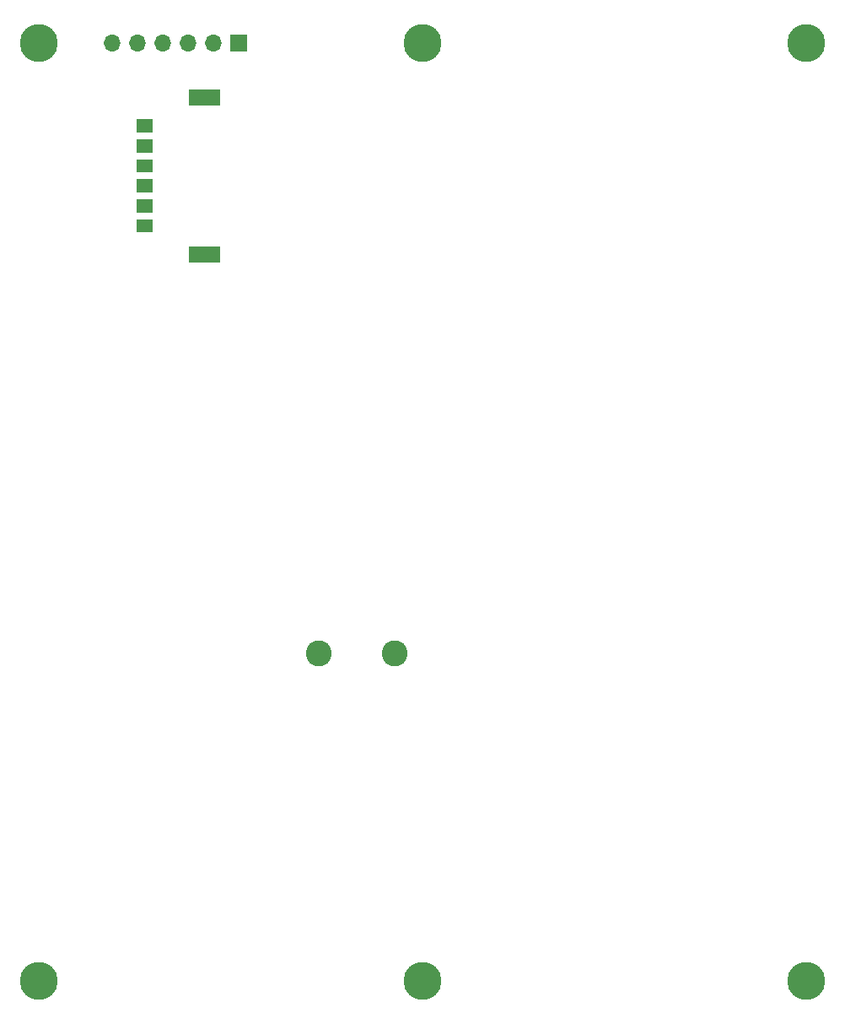
<source format=gbr>
%TF.GenerationSoftware,KiCad,Pcbnew,(6.0.5)*%
%TF.CreationDate,2022-08-19T15:48:38-07:00*%
%TF.ProjectId,Coil_Panels_XY,436f696c-5f50-4616-9e65-6c735f58592e,rev?*%
%TF.SameCoordinates,Original*%
%TF.FileFunction,Soldermask,Bot*%
%TF.FilePolarity,Negative*%
%FSLAX46Y46*%
G04 Gerber Fmt 4.6, Leading zero omitted, Abs format (unit mm)*
G04 Created by KiCad (PCBNEW (6.0.5)) date 2022-08-19 15:48:38*
%MOMM*%
%LPD*%
G01*
G04 APERTURE LIST*
%ADD10C,0.010000*%
%ADD11C,2.600000*%
%ADD12C,3.800000*%
%ADD13R,1.700000X1.700000*%
%ADD14O,1.700000X1.700000*%
G04 APERTURE END LIST*
%TO.C,J2*%
G36*
X130001200Y-56026200D02*
G01*
X126948800Y-56026200D01*
X126948800Y-54523800D01*
X130001200Y-54523800D01*
X130001200Y-56026200D01*
G37*
D10*
X130001200Y-56026200D02*
X126948800Y-56026200D01*
X126948800Y-54523800D01*
X130001200Y-54523800D01*
X130001200Y-56026200D01*
G36*
X130001200Y-71816200D02*
G01*
X126948800Y-71816200D01*
X126948800Y-70313800D01*
X130001200Y-70313800D01*
X130001200Y-71816200D01*
G37*
X130001200Y-71816200D02*
X126948800Y-71816200D01*
X126948800Y-70313800D01*
X130001200Y-70313800D01*
X130001200Y-71816200D01*
G36*
X123301200Y-66796200D02*
G01*
X121698800Y-66796200D01*
X121698800Y-65543800D01*
X123301200Y-65543800D01*
X123301200Y-66796200D01*
G37*
X123301200Y-66796200D02*
X121698800Y-66796200D01*
X121698800Y-65543800D01*
X123301200Y-65543800D01*
X123301200Y-66796200D01*
G36*
X123301200Y-60796200D02*
G01*
X121698800Y-60796200D01*
X121698800Y-59543800D01*
X123301200Y-59543800D01*
X123301200Y-60796200D01*
G37*
X123301200Y-60796200D02*
X121698800Y-60796200D01*
X121698800Y-59543800D01*
X123301200Y-59543800D01*
X123301200Y-60796200D01*
G36*
X123301200Y-68796200D02*
G01*
X121698800Y-68796200D01*
X121698800Y-67543800D01*
X123301200Y-67543800D01*
X123301200Y-68796200D01*
G37*
X123301200Y-68796200D02*
X121698800Y-68796200D01*
X121698800Y-67543800D01*
X123301200Y-67543800D01*
X123301200Y-68796200D01*
G36*
X123301200Y-62796200D02*
G01*
X121698800Y-62796200D01*
X121698800Y-61543800D01*
X123301200Y-61543800D01*
X123301200Y-62796200D01*
G37*
X123301200Y-62796200D02*
X121698800Y-62796200D01*
X121698800Y-61543800D01*
X123301200Y-61543800D01*
X123301200Y-62796200D01*
G36*
X123301200Y-64796200D02*
G01*
X121698800Y-64796200D01*
X121698800Y-63543800D01*
X123301200Y-63543800D01*
X123301200Y-64796200D01*
G37*
X123301200Y-64796200D02*
X121698800Y-64796200D01*
X121698800Y-63543800D01*
X123301200Y-63543800D01*
X123301200Y-64796200D01*
G36*
X123301200Y-58796200D02*
G01*
X121698800Y-58796200D01*
X121698800Y-57543800D01*
X123301200Y-57543800D01*
X123301200Y-58796200D01*
G37*
X123301200Y-58796200D02*
X121698800Y-58796200D01*
X121698800Y-57543800D01*
X123301200Y-57543800D01*
X123301200Y-58796200D01*
%TD*%
D11*
%TO.C,H1*%
X111942000Y-49921999D03*
D12*
X111942000Y-49921999D03*
%TD*%
D13*
%TO.C,J1*%
X131942000Y-49921999D03*
D14*
X129402000Y-49921999D03*
X126862000Y-49921999D03*
X124322000Y-49921999D03*
X121782000Y-49921999D03*
X119242000Y-49921999D03*
%TD*%
D11*
%TO.C,H5*%
X150442000Y-143921999D03*
D12*
X150442000Y-143921999D03*
%TD*%
%TO.C,H4*%
X111942000Y-143921999D03*
D11*
X111942000Y-143921999D03*
%TD*%
%TO.C,TP1*%
X139986000Y-111092000D03*
X147606000Y-111092000D03*
%TD*%
%TO.C,H2*%
X150442000Y-49921999D03*
D12*
X150442000Y-49921999D03*
%TD*%
D11*
%TO.C,H3*%
X188942000Y-49921999D03*
D12*
X188942000Y-49921999D03*
%TD*%
D11*
%TO.C,H6*%
X188942000Y-143921999D03*
D12*
X188942000Y-143921999D03*
%TD*%
M02*

</source>
